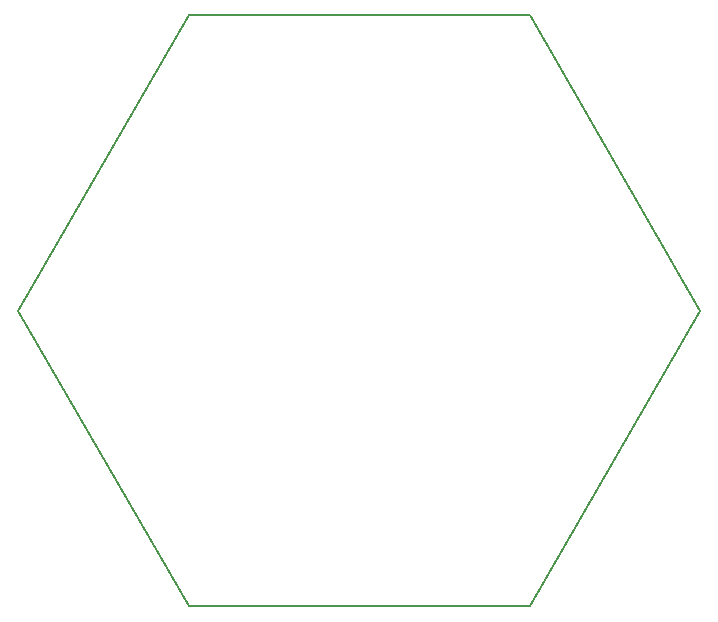
<source format=gbr>
G04 #@! TF.GenerationSoftware,KiCad,Pcbnew,5.0.2+dfsg1-1*
G04 #@! TF.CreationDate,2021-02-26T15:03:44+01:00*
G04 #@! TF.ProjectId,KiCAD_Board,4b694341-445f-4426-9f61-72642e6b6963,rev?*
G04 #@! TF.SameCoordinates,Original*
G04 #@! TF.FileFunction,Profile,NP*
%FSLAX46Y46*%
G04 Gerber Fmt 4.6, Leading zero omitted, Abs format (unit mm)*
G04 Created by KiCad (PCBNEW 5.0.2+dfsg1-1) date Fri 26 Feb 2021 15:03:44 CET*
%MOMM*%
%LPD*%
G01*
G04 APERTURE LIST*
%ADD10C,0.200000*%
G04 APERTURE END LIST*
D10*
X119633600Y-105003600D02*
X134067300Y-130003600D01*
X134067300Y-80003600D02*
X119633600Y-105003600D01*
X134067300Y-130003600D02*
X162934900Y-130003600D01*
X162934900Y-80003600D02*
X134067300Y-80003600D01*
X162934900Y-130003600D02*
X177368600Y-105003600D01*
X177368600Y-105003600D02*
X162934900Y-80003600D01*
M02*

</source>
